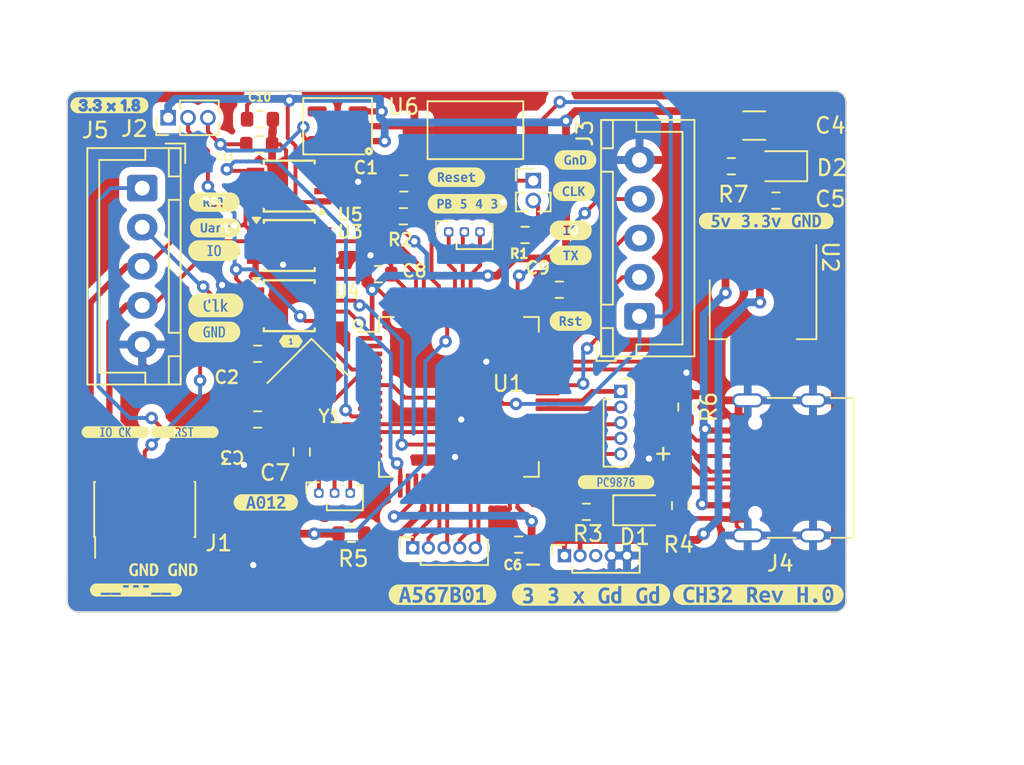
<source format=kicad_pcb>
(kicad_pcb (version 20240108) (generator "pcbnew") (generator_version "8.0")
  (layers (0 "F.Cu" signal) (31 "B.Cu" signal) (34 "B.Paste" user) (35 "F.Paste" user) (36 "B.SilkS" user "B.Silkscreen") (37 "F.SilkS" user "F.Silkscreen") (38 "B.Mask" user) (39 "F.Mask" user) (44 "Edge.Cuts" user))
  (net 0 "")
  (net 1 "+3.3V")
  (net 2 "SWIO_DIR_3V")
  (net 4 "Net-(U1-PF0)")
  (net 5 "Net-(U1-PF1)")
  (net 10 "GND")
  (net 11 "unconnected-(U1-PA0-Pad14)")
  (net 12 "unconnected-(U1-PA1-Pad15)")
  (net 13 "unconnected-(U1-PA2-Pad16)")
  (net 15 "unconnected-(U1-PA5-Pad21)")
  (net 16 "unconnected-(U1-PA6-Pad22)")
  (net 17 "unconnected-(U1-PA7-Pad23)")
  (net 20 "unconnected-(U1-PB0-Pad26)")
  (net 21 "unconnected-(U1-PB1-Pad27)")
  (net 23 "OUT_UART_TX")
  (net 24 "OUT_UART_RX")
  (net 26 "unconnected-(U1-PB15-Pad36)")
  (net 27 "unconnected-(U1-PC6-Pad37)")
  (net 28 "unconnected-(U1-PC7-Pad38)")
  (net 29 "unconnected-(U1-PC8-Pad39)")
  (net 30 "unconnected-(U1-PC9-Pad40)")
  (net 32 "UART_TX")
  (net 34 "D-")
  (net 35 "D+")
  (net 36 "SWDIO")
  (net 37 "SWDCLK")
  (net 43 "unconnected-(U1-PB3-Pad55)")
  (net 44 "unconnected-(U1-PB4-Pad56)")
  (net 45 "unconnected-(U1-PB5-Pad57)")
  (net 46 "INOUT_NRESET")
  (net 47 "OUT_SWDIO")
  (net 48 "OUT_SWDCLK")
  (net 49 "Net-(D1-K)")
  (net 50 "IN_FORCE_DFU")
  (net 52 "Net-(U2-VI)")
  (net 53 "Net-(J4-CC2)")
  (net 54 "Net-(J4-CC1)")
  (net 56 "NRESET")
  (net 62 "Net-(U1-PA4)")
  (net 63 "INOUT_SWO")
  (net 64 "Net-(D2-A)")
  (net 65 "Net-(J2_DFU1-Pin_2)")
  (net 66 "Net-(U1-PB13)")
  (net 68 "OUT_UART_RX_3V")
  (net 69 "INOUT_SWO_3v")
  (net 70 "VTREF")
  (net 71 "OUT_SWDIO_3V")
  (net 73 "OUT_SWDCLK_3V")
  (net 78 "V1.8")
  (footprint "kibuzzard-66C04372" (layer "F.Cu") (at 112.9 97.5)
    (property "Reference" "kibuzzard-66C04372" (hide yes))
    (property "Value" "G***" (hide yes))
  )
  (footprint "Resistor_SMD:R_0603_1608Metric" (layer "F.Cu") (at 117.780025 70.294975)
    (property "Reference" "C11")
    (property "Value" "100n")
  )
  (footprint "Connector_PinHeader_1.27mm:PinHeader_1x03_P1.27mm_Vertical" (layer "F.Cu") (at 111.96 68.6 90)
    (property "Reference" "J2")
    (property "Value" "Conn_01x03_Socket")
  )
  (footprint "kibuzzard-6731071F" (layer "F.Cu") (at 114.905025 82.294975)
    (property "Reference" "kibuzzard-6731071F" (hide yes))
    (property "Value" "G***" (hide yes))
  )
  (footprint "Connector_PinHeader_1.27mm:PinHeader_1x02_P1.27mm_Vertical" (layer "F.Cu") (at 135.305025 72.624975)
    (property "Reference" "J2_DFU1" (hide yes))
    (property "Value" "con2")
  )
  (footprint "kibuzzard-6713DC16" (layer "F.Cu") (at 113 88.7)
    (property "Reference" "kibuzzard-6713DC16" (hide yes))
    (property "Value" "G***" (hide yes))
  )
  (footprint "Resistor_SMD:R_0603_1608Metric" (layer "F.Cu") (at 138.7 93.8 180)
    (property "Reference" "R3")
    (property "Value" "330")
  )
  (footprint "Resistor_SMD:R_0603_1608Metric" (layer "F.Cu") (at 150.825 73.9)
    (property "Reference" "C5")
    (property "Value" "100n")
  )
  (footprint "Connector_PinSocket_1.00mm:PinSocket_1x05_P1.00mm_Vertical" (layer "F.Cu") (at 137.3 96.6 90)
    (property "Reference" "-")
    (property "Value" "PinSocket_1x05_P1.00mm_Vertical")
  )
  (footprint "kibuzzard-6731069B" (layer "F.Cu") (at 115.005025 80.594975)
    (property "Reference" "kibuzzard-6731069B" (hide yes))
    (property "Value" "G***" (hide yes))
  )
  (footprint "Resistor_SMD:R_0603_1608Metric" (layer "F.Cu") (at 134.375 95.9 180)
    (property "Reference" "C6")
    (property "Value" "100n")
  )
  (footprint "Resistor_SMD:R_0603_1608Metric" (layer "F.Cu") (at 134.780025 76.094975 180)
    (property "Reference" "R1")
    (property "Value" "1k")
  )
  (footprint "Button_Switch_SMD:SW_SPST_CK_RS282G05A3" (layer "F.Cu") (at 131.605025 69.394975 180)
    (property "Reference" "RST1" (hide yes))
    (property "Value" "SW_DIP_x01")
  )
  (footprint "Resistor_SMD:R_0603_1608Metric" (layer "F.Cu") (at 120.5 89.975 90)
    (property "Reference" "C7")
    (property "Value" "100n")
  )
  (footprint "kibuzzard-67135D9A" (layer "F.Cu") (at 118.2 93.2)
    (property "Reference" "kibuzzard-67135D9A" (hide yes))
    (property "Value" "G***" (hide yes))
  )
  (footprint "kibuzzard-65C1C8EE" (layer "F.Cu") (at 137.9 73.3)
    (property "Reference" "kibuzzard-65C1C8EE" (hide yes))
    (property "Value" "G***" (hide yes))
  )
  (footprint "Diode_SMD:D_0805_2012Metric" (layer "F.Cu") (at 151.1375 71.7 180)
    (property "Reference" "D2")
    (property "Value" "LED")
  )
  (footprint "Package_TO_SOT_SMD:SOT-223" (layer "F.Cu") (at 150 80.85 -90)
    (property "Reference" "U2")
    (property "Value" "LM1117-3.3")
  )
  (footprint "Package_SO:TSSOP-8_3x3mm_P0.65mm" (layer "F.Cu") (at 119.7 72.969975 180)
    (property "Reference" "U5")
    (property "Value" "VTREF<->3V")
  )
  (footprint "Resistor_SMD:R_0603_1608Metric" (layer "F.Cu") (at 147.975 71.7)
    (property "Reference" "R7")
    (property "Value" "330")
  )
  (footprint "Resistor_SMD:R_0603_1608Metric" (layer "F.Cu") (at 145.1 87.1 -90)
    (property "Reference" "R6")
    (property "Value" "5.1k")
  )
  (footprint "Resistor_SMD:R_0603_1608Metric" (layer "F.Cu") (at 127.025 72.8 180)
    (property "Reference" "C1")
    (property "Value" "100n")
  )
  (footprint "kibuzzard-65C1C9D7" (layer "F.Cu") (at 130.405025 72.4)
    (property "Reference" "kibuzzard-65C1C9D7" (hide yes))
    (property "Value" "G***" (hide yes))
  )
  (footprint "kibuzzard-6713DC2E" (layer "F.Cu") (at 108.6 88.7)
    (property "Reference" "kibuzzard-6713DC2E" (hide yes))
    (property "Value" "G***" (hide yes))
  )
  (footprint "Diode_SMD:D_0805_2012Metric" (layer "F.Cu") (at 142.1 93.7)
    (property "Reference" "D1")
    (property "Value" "LED")
  )
  (footprint "Connector_PinSocket_1.00mm:PinSocket_1x05_P1.00mm_Vertical" (layer "F.Cu") (at 127.6 96.1 90)
    (property "Reference" "PA4567" (hide yes))
    (property "Value" "PinSocket_1x05_P1.00mm_Vertical")
  )
  (footprint "Connector_PinSocket_1.00mm:PinSocket_1x05_P1.00mm_Vertical" (layer "F.Cu") (at 140.9 86.1)
    (property "Reference" "x2" (hide yes))
    (property "Value" "PinSocket_1x05_P1.00mm_Vertical")
  )
  (footprint "Capacitor_SMD:C_1206_3216Metric_Pad1.33x1.80mm_HandSolder" (layer "F.Cu") (at 149.4375 69.1)
    (property "Reference" "C4")
    (property "Value" "100u")
  )
  (footprint "kibuzzard-671361D3" (layer "F.Cu") (at 119.805025 82.894975)
    (property "Reference" "kibuzzard-671361D3" (hide yes))
    (property "Value" "G***" (hide yes))
  )
  (footprint "Connector_PinSocket_1.00mm:PinSocket_1x03_P1.00mm_Vertical" (layer "F.Cu") (at 121.6 92.6 90)
    (property "Reference" "x" (hide yes))
    (property "Value" "PinSocket_1x03_P1.00mm_Vertical")
  )
  (footprint "Resistor_SMD:R_0603_1608Metric" (layer "F.Cu") (at 125.4 78.6)
    (property "Reference" "C8")
    (property "Value" "100n")
  )
  (footprint "kibuzzard-6714FD4B" (layer "F.Cu") (at 139 99.1)
    (property "Reference" "kibuzzard-6714FD4B" (hide yes))
    (property "Value" "G***" (hide yes))
  )
  (footprint "kibuzzard-679335ED" (layer "F.Cu") (at 149.7 99.1)
    (property "Reference" "kibuzzard-679335ED" (hide yes))
    (property "Value" "G***" (hide yes))
  )
  (footprint "kibuzzard-65C1C972" (layer "F.Cu") (at 137.7 81.6)
    (property "Reference" "kibuzzard-65C1C972" (hide yes))
    (property "Value" "G***" (hide yes))
  )
  (footprint "Package_SO:TSSOP-8_3x3mm_P0.65mm" (layer "F.Cu") (at 119.7 80.619975)
    (property "Reference" "U4")
    (property "Value" "VTREF->3V")
  )
  (footprint "kibuzzard-67135DB6" (layer "F.Cu") (at 109.9 98.8)
    (property "Reference" "kibuzzard-67135DB6" (hide yes))
    (property "Value" "G***" (hide yes))
  )
  (footprint "kibuzzard-65C1C789" (layer "F.Cu") (at 138 71.3)
    (property "Reference" "kibuzzard-65C1C789" (hide yes))
    (property "Value" "G***" (hide yes))
  )
  (footprint "Resistor_SMD:R_0603_1608Metric" (layer "F.Cu") (at 144.7 93.4 90)
    (property "Reference" "R4")
    (property "Value" "5.1k")
  )
  (footprint "Resistor_SMD:R_0603_1608Metric" (layer "F.Cu") (at 127 74.9)
    (property "Reference" "R2")
    (property "Value" "10k")
  )
  (footprint "Resistor_SMD:R_0603_1608Metric" (layer "F.Cu") (at 117.680025 87.894975 180)
    (property "Reference" "C3")
    (property "Value" "22pf")
  )
  (footprint "kibuzzard-67135D50" (layer "F.Cu") (at 150.2 75.2)
    (property "Reference" "kibuzzard-67135D50" (hide yes))
    (property "Value" "G***" (hide yes))
  )
  (footprint "kibuzzard-65C1C918" (layer "F.Cu") (at 137.7 75.8)
    (property "Reference" "kibuzzard-65C1C918" (hide yes))
    (property "Value" "G***" (hide yes))
  )
  (footprint "footprints:Crystal_SMD_TXC_7M-4Pin_3.2x2.5mm_45deg" (layer "F.Cu") (at 120.881802 85.316117 180)
    (property "Reference" "Y1")
    (property "Value" "8Mhz")
  )
  (footprint "Connector_USB:USB_C_Receptacle_Palconn_UTC16-G" (layer "F.Cu") (at 150.95 90.99 90)
    (property "Reference" "J4")
    (property "Value" "USB")
  )
  (footprint "kibuzzard-66C0437E" (layer "F.Cu") (at 110.4 97.5)
    (property "Reference" "kibuzzard-66C0437E" (hide yes))
    (property "Value" "G***" (hide yes))
  )
  (footprint "kibuzzard-6714FD27" (layer "F.Cu") (at 129.5 99.1)
    (property "Reference" "kibuzzard-6714FD27" (hide yes))
    (property "Value" "G***" (hide yes))
  )
  (footprint "Resistor_SMD:R_0603_1608Metric" (layer "F.Cu") (at 136.975 79.6 180)
    (property "Reference" "C9")
    (property "Value" "100n")
  )
  (footprint "Connector_JST:JST_XH_B5B-XH-A_1x05_P2.50mm_Vertical" (layer "F.Cu") (at 110.3 73.1 -90)
    (property "Reference" "J5")
    (property "Value" "Debug port")
  )
  (footprint "PCM_Package_TO_SOT_SMD_AKL:TSOT-23-5" (layer "F.Cu") (at 122.795025 69.144975 180)
    (property "Reference" "U6")
    (property "Value" "RT9013-33GB" (hide yes))
  )
  (footprint "kibuzzard-67137B7B" (layer "F.Cu") (at 114.977111 75.640397)
    (property "Reference" "kibuzzard-67137B7B" (hide yes))
    (property "Value" "G***" (hide yes))
  )
  (footprint "kibuzzard-65C1C92F" (layer "F.Cu") (at 137.7 77.4)
    (property "Reference" "kibuzzard-65C1C92F" (hide yes))
    (property "Value" "G***" (hide yes))
  )
  (footprint "Resistor_SMD:R_0603_1608Metric" (layer "F.Cu") (at 117.680025 83.694975 180)
    (property "Reference" "C2")
    (property "Value" "22pf")
  )
  (footprint "Resistor_SMD:R_0603_1608Metric" (layer "F.Cu") (at 123.675 95.2)
    (property "Reference" "R5")
    (property "Value" "1k")
  )
  (footprint "Package_QFP:LQFP-64_10x10mm_P0.5mm" (layer "F.Cu") (at 130.55 86.45)
    (property "Reference" "U1")
    (property "Value" "CH32V303RCT6")
  )
  (footprint "kibuzzard-67137B47" (layer "F.Cu") (at 114.905025 73.994975)
    (property "Reference" "kibuzzard-67137B47" (hide yes))
    (property "Value" "G***" (hide yes))
  )
  (footprint "kibuzzard-6713D043" (layer "F.Cu") (at 140.6 91.9)
    (property "Reference" "kibuzzard-6713D043" (hide yes))
    (property "Value" "G***" (hide yes))
  )
  (footprint "kibuzzard-65D8420C" (layer "F.Cu") (at 131.1 74.1)
    (property "Reference" "kibuzzard-65D8420C" (hide yes))
    (property "Value" "G***" (hide yes))
  )
  (footprint "Connector_PinHeader_1.27mm:PinHeader_2x05_P1.27mm_Vertical_SMD" (layer "F.Cu") (at 110.46 93.65 90)
    (property "Reference" "J1")
    (property "Value" "jtag")
  )
  (footprint "Resistor_SMD:R_0603_1608Metric" (layer "F.Cu") (at 117.830025 68.694975)
    (property "Reference" "C10")
    (property "Value" "100n")
  )
  (footprint "Connector_PinSocket_1.00mm:PinSocket_1x03_P1.00mm_Vertical" (layer "F.Cu") (at 129.9 75.9 90)
    (property "Reference" "PB567" (hide yes))
    (property "Value" "PIN1X3")
  )
  (footprint "Connector_JST:JST_XH_B5B-XH-A_1x05_P2.50mm_Vertical" (layer "F.Cu") (at 142.1 81.3 90)
    (property "Reference" "J3")
    (property "Value" "Dbg")
  )
  (footprint "kibuzzard-6714FCCA" (layer "F.Cu") (at 108.2 67.8)
    (property "Reference" "kibuzzard-6714FCCA" (hide yes))
    (property "Value" "G***" (hide yes))
  )
  (footprint "kibuzzard-67310708" (layer "F.Cu") (at 114.905025 77.094975)
    (property "Reference" "kibuzzard-67310708" (hide yes))
    (property "Value" "G***" (hide yes))
  )
  (footprint "Package_SO:TSSOP-8_3x3mm_P0.65mm" (layer "F.Cu") (at 119.7 76.769975)
    (property "Reference" "U3")
    (property "Value" "3V->VTREF")
  )
  (gr_circle (center 124.1 81.8) (end 123.9 81.6) (stroke (width 0.15)) (fill none) (layer "F.SilkS"))
  (gr_line (start 106.205026 100.199999) (end 154.599999 100.199999) (stroke (width 0.1)) (layer "Edge.Cuts"))
  (gr_line (start 105.5 67.594975) (end 105.505026 99.499999) (stroke (width 0.1)) (layer "Edge.Cuts"))
  (gr_arc (start 154.605025 66.894975) (mid 155.1 67.1) (end 155.305025 67.594975) (stroke (width 0.1)) (layer "Edge.Cuts"))
  (gr_line (start 154.605025 66.894975) (end 106.2 66.894975) (stroke (width 0.1)) (layer "Edge.Cuts"))
  (gr_arc (start 106.205026 100.199999) (mid 105.710051 99.994974) (end 105.505026 99.499999) (stroke (width 0.1)) (layer "Edge.Cuts"))
  (gr_arc (start 155.299999 99.499999) (mid 155.094974 99.994974) (end 154.599999 100.199999) (stroke (width 0.1)) (layer "Edge.Cuts"))
  (gr_line (start 155.299999 99.499999) (end 155.305025 67.594975) (stroke (width 0.1)) (layer "Edge.Cuts"))
  (gr_arc (start 105.5 67.594975) (mid 105.705033 67.100008) (end 106.2 66.894975) (stroke (width 0.1)) (layer "Edge.Cuts"))
  (gr_text "+" (at 142.9 90.6 0) (layer "F.SilkS") (effects (font (size 1 1)) (justify left bottom)))
  (segment (start 146.45 69.175) (end 145.45 68.175) (width 0.5) (layer "F.Cu") (net 1))
  (segment (start 119.605025 67.594975) (end 119.605025 69.894975) (width 0.25) (layer "F.Cu") (net 1))
  (segment (start 134.3 93.5) (end 134.3 91.091312) (width 0.25) (layer "F.Cu") (net 1))
  (segment (start 125 82.575) (end 124.875 82.7) (width 0.3) (layer "F.Cu") (net 1))
  (segment (start 121.2 90.8) (end 120.7 90.8) (width 0.25) (layer "F.Cu") (net 1))
  (segment (start 137.8 79.6) (end 137.8 82.164) (width 0.25) (layer "F.Cu") (net 1))
  (segment (start 120.755025 79.644975) (end 120.105025 78.994975) (width 0.25) (layer "F.Cu") (net 1))
  (segment (start 137.4 71.325) (end 137.4 68.8) (width 0.5) (layer "F.Cu") (net 1))
  (segment (start 124.8 78.825) (end 125 79.025) (width 0.3) (layer "F.Cu") (net 1))
  (segment (start 126.175 74.975) (end 127.7 76.5) (width 0.25) (layer "F.Cu") (net 1))
  (segment (start 134.105025 77.594975) (end 133 78.7) (width 0.5) (layer "F.Cu") (net 1))
  (segment (start 137.4 79.2) (end 137.4 71.4925) (width 0.5) (layer "F.Cu") (net 1))
  (segment (start 120.105025 70.394975) (end 120.1 70.4) (width 0.25) (layer "F.Cu") (net 1))
  (segment (start 124.275 78.9) (end 124.575 78.6) (width 0.25) (layer "F.Cu") (net 1))
  (segment (start 134 90.779312) (end 134 90.3) (width 0.25) (layer "F.Cu") (net 1))
  (segment (start 134.105025 77.594975) (end 137.305025 77.594975) (width 0.5) (layer "F.Cu") (net 1))
  (segment (start 133 78.7) (end 132.4 78.7) (width 0.5) (layer "F.Cu") (net 1))
  (segment (start 137.8 82.164) (end 137.267 82.697) (width 0.25) (layer "F.Cu") (net 1))
  (segment (start 119.705025 67.494975) (end 119.605025 67.594975) (width 0.25) (layer "F.Cu") (net 1))
  (segment (start 137.267 82.697) (end 136.231 82.697) (width 0.25) (layer "F.Cu") (net 1))
  (segment (start 145.8 95.6) (end 146.2 95.2) (width 0.5) (layer "F.Cu") (net 1))
  (segment (start 146.45 69.2) (end 147.475 69.2) (width 0.5) (layer "F.Cu") (net 1))
  (segment (start 146.4 72.775) (end 149.6 75.975) (width 0.5) (layer "F.Cu") (net 1))
  (segment (start 126.667764 94.1) (end 126.4 94.1) (width 0.25) (layer "F.Cu") (net 1))
  (segment (start 135.5 95.6) (end 145.8 95.6) (width 0.5) (layer "F.Cu") (net 1))
  (segment (start 137.8 79.6) (end 137.4 79.2) (width 0.5) (layer "F.Cu") (net 1))
  (segment (start 137.4 68.780025) (end 138.005025 68.175) (width 0.5) (layer "F.Cu") (net 1))
  (segment (start 124.105025 70.094975) (end 125.805025 70.094975) (width 0.4) (layer "F.Cu") (net 1))
  (segment (start 117.005025 67.794975) (end 117.305025 67.494975) (width 0.25) (layer "F.Cu") (net 1))
  (segment (start 146.4 71.7) (end 147.15 71.7) (width 0.5) (layer "F.Cu") (net 1))
  (segment (start 126.8 80.775) (end 126.575 80.775) (width 0.25) (layer "F.Cu") (net 1))
  (segment (start 148.2 74.575) (end 148.875 73.9) (width 0.25) (layer "F.Cu") (net 1))
  (segment (start 120.1 73.994975) (end 121.302512 73.994975) (width 0.25) (layer "F.Cu") (net 1))
  (segment (start 146.4 71.7) (end 146.4 69.15) (width 0.5) (layer "F.Cu") (net 1))
  (segment (start 135.2 95.9) (end 135.5 95.6) (width 0.5) (layer "F.Cu") (net 1))
  (segment (start 148.875 73.9) (end 150 73.9) (width 0.25) (layer "F.Cu") (net 1))
  (segment (start 125.605025 68.194975) (end 124.105025 68.194975) (width 0.4) (layer "F.Cu") (net 1))
  (segment (start 134.306 91.085312) (end 134 90.779312) (width 0.25) (layer "F.Cu") (net 1))
  (segment (start 125 79.6) (end 124.575 79.175) (width 0.5) (layer "F.Cu") (net 1))
  (segment (start 132.372 88.697) (end 124.881 88.697) (width 0.25) (layer "F.Cu") (net 1))
  (segment (start 120.1 79) (end 120.2 78.9) (width 0.25) (layer "F.Cu") (net 1))
  (segment (start 124.575 79.175) (end 124.575 78.6) (width 0.5) (layer "F.Cu") (net 1))
  (segment (start 127.8 92.125) (end 127.8 92.967764) (width 0.25) (layer "F.Cu") (net 1))
  (segment (start 123.3 88.7) (end 121.2 90.8) (width 0.25) (layer "F.Cu") (net 1))
  (segment (start 149.8 80.4) (end 149.8 77.9) (width 0.5) (layer "F.Cu") (net 1))
  (segment (start 126.575 80.775) (end 124.825 79.025) (width 0.25) (layer "F.Cu") (net 1))
  (segment (start 121.85 79.644975) (end 120.755025 79.644975) (width 0.25) (layer "F.Cu") (net 1))
  (segment (start 137.41 71.425) (end 137.435 71.4) (width 0.25) (layer "F.Cu") (net 1))
  (segment (start 138.3 96.7) (end 138.3 95.902) (width 0.3) (layer "F.Cu") (net 1))
  (segment (start 127.8 92.967764) (end 126.667764 94.1) (width 0.25) (layer "F.Cu") (net 1))
  (segment (start 125 79.025) (end 125 82.575) (width 0.3) (layer "F.Cu") (net 1))
  (segment (start 120.2 78.9) (end 124.275 78.9) (width 0.25) (layer "F.Cu") (net 1))
  (segment (start 117.005025 68.694975) (end 117.005025 67.794975) (width 0.25) (layer "F.Cu") (net 1))
  (segment (start 120.1 70.4) (end 120.1 79) (width 0.25) (layer "F.Cu") (net 1))
  (segment (start 133.975 90.3) (end 132.372 88.697) (width 0.25) (layer "F.Cu") (net 1))
  (segment (start 145.45 68.175) (end 138.005025 68.175) (width 0.5) (layer "F.Cu") (net 1))
  (segment (start 124.825 79.025) (end 124.825 78.8) (width 0.25) (layer "F.Cu") (net 1))
  (segment (start 137.3 96.7) (end 137.3 95.8) (width 0.3) (layer "F.Cu") (net 1))
  (segment (start 117.305025 67.494975) (end 119.705025 67.494975) (width 0.25) (layer "F.Cu") (net 1))
  (segment (start 143 95.802) (end 143 93.7375) (width 0.25) (layer "F.Cu") (net 1))
  (segment (start 146.4 69.15) (end 146.45 69.2) (width 0.5) (layer "F.Cu") (net 1))
  (segment (start 137.3 95.8) (end 137.1 95.6) (width 0.4) (layer "F.Cu") (net 1))
  (segment (start 149.6 75.975) (end 149.6 76.9) (width 0.5) (layer "F.Cu") (net 1))
  (segment (start 134.306 93.506) (end 134.3 93.5) (width 0.3) (layer "F.Cu") (net 1))
  (segment (start 146.4 71.675) (end 146.4 72.775) (width 0.5) (layer "F.Cu") (net 1))
  (segment (start 135.2 94.4) (end 134.306 93.506) (width 0.3) (layer "F.Cu") (net 1))
  (segment (start 135.2 94.4) (end 135.2 95.9) (width 0.5) (layer "F.Cu") (net 1))
  (segment (start 119.605025 69.894975) (end 120.105025 70.394975) (width 0.25) (layer "F.Cu") (net 1))
  (segment (start 137.4 68.8) (end 137.4 68.780025) (width 0.5) (layer "F.Cu") (net 1))
  (segment (start 121.852512 75.794975) (end 120.157537 75.794975) (width 0.25) (layer "F.Cu") (net 1))
  (segment (start 124.875 88.7) (end 123.3 88.7) (width 0.25) (layer "F.Cu") (net 1))
  (via (at 119.705025 67.494975) (size 0.8) (drill 0.4) (layers "F.Cu" "B.Cu") (net 1))
  (via (at 126.4 94.1) (size 0.8) (drill 0.4) (layers "F.Cu" "B.Cu") (net 1))
  (via (at 149.8 80.4) (size 0.8) (drill 0.4) (layers "F.Cu" "B.Cu") (net 1))
  (via (at 125.805025 70.094975) (size 0.8) (drill 0.4) (layers "F.Cu" "B.Cu") (net 1))
  (via (at 137.4 68.8) (size 0.8) (drill 0.4) (layers "F.Cu" "B.Cu") (net 1))
  (via (at 146.2 95.2) (size 0.8) (drill 0.4) (layers "F.Cu" "B.Cu") (net 1))
  (via (at 125.605025 68.194975) (size 0.8) (drill 0.4) (layers "F.Cu" "B.Cu") (net 1))
  (via (at 127.7 76.5) (size 0.8) (drill 0.4) (layers "F.Cu" "B.Cu") (net 1))
  (via (at 125 79.6) (size 0.8) (drill 0.4) (layers "F.Cu" "B.Cu") (net 1))
  (via (at 135.2 94.4) (size 0.8) (drill 0.4) (layers "F.Cu" "B.Cu") (net 1))
  (via (at 132.4 78.7) (size 0.8) (drill 0.4) (layers "F.Cu" "B.Cu") (net 1))
  (segment (start 125.805025 68.894975) (end 125.505025 68.594975) (width 0.5) (layer "B.Cu") (net 1))
  (segment (start 128.5 77.3) (end 127.7 76.5) (width 0.3) (layer "B.Cu") (net 1))
  (segment (start 147.15 94.25) (end 147.15 82.25) (width 0.5) (layer "B.Cu") (net 1))
  (segment (start 137.305025 68.894975) (end 125.805025 68.894975) (width 0.5) (layer "B.Cu") (net 1))
  (segment (start 149 80.4) (end 149.8 80.4) (width 0.5) (layer "B.Cu") (net 1))
  (segment (start 126.4 94.1) (end 126.45 94.05) (width 0.5) (layer "B.Cu") (net 1))
  (segment (start 128.5 78.7) (end 128.5 77.3) (width 0.3) (layer "B.Cu") (net 1))
  (segment (start 112.405025 67.394975) (end 111.96 67.84) (width 0.5) (layer "B.Cu") (net 1))
  (segment (start 147.15 82.25) (end 149 80.4) (width 0.5) (layer "B.Cu") (net 1))
  (segment (start 137.4 68.8) (end 137.305025 68.894975) (width 0.5) (layer "B.Cu") (net 1))
  (segment (start 125.505025 68.594975) (end 125.505025 67.394975) (width 0.5) (layer "B.Cu") (net 1))
  (segment (start 111.96 67.84) (end 111.96 68.6) (width 0.5) (layer "B.Cu") (net 1))
  (segment (start 134.85 94.05) (end 135.2 94.4) (width 0.5) (layer "B.Cu") (net 1))
  (segment (start 126.45 94.05) (end 134.85 94.05) (width 0.5) (layer "B.Cu") (net 1))
  (segment (start 125 79.6) (end 125.9 78.7) (width 0.5) (layer "B.Cu") (net 1))
  (segment (start 146.2 95.2) (end 147.15 94.25) (width 0.5) (layer "B.Cu") (net 1))
  (segment (start 112.405025 67.394975) (end 125.505025 67.394975) (width 0.5) (layer "B.Cu") (net 1))
  (segment (start 125.805025 68.894975) (end 125.805025 70.094975) (width 0.5) (layer "B.Cu") (net 1))
  (segment (start 125.9 78.7) (end 132.4 78.7) (width 0.5) (layer "B.Cu") (net 1))
  (segment (start 123.71005 87.7) (end 123.305025 87.294975) (width 0.25) (layer "F.Cu") (net 2))
  (segment (start 115.705025 71.994975) (end 117.45 71.994975) (width 0.25) (layer "F.Cu") (net 2))
  (segment (start 124.875 87.7) (end 123.71005 87.7) (width 0.25) (layer "F.Cu") (net 2))
  (via (at 123.305025 87.294975) (size 0.8) (drill 0.4) (layers "F.Cu" "B.Cu") (net 2))
  (via (at 115.705025 71.894975) (size 0.8) (drill 0.4) (layers "F.Cu" "B.Cu") (net 2))
  (segment (start 116.205025 71.394975) (end 115.705025 71.894975) (width 0.25) (layer "B.Cu") (net 2))
  (segment (start 118.905025 71.394975) (end 116.205025 71.394975) (width 0.25) (layer "B.Cu") (net 2))
  (segment (start 123.325 75.81495) (end 118.905025 71.394975) (width 0.25) (layer "B.Cu") (net 2))
  (segment (start 123.325 87.275) (end 123.325 75.81495) (width 0.25) (layer "B.Cu") (net 2))
  (segment (start 118.505025 83.694975) (end 120.816295 83.694975) (width 0.25) (layer "F.Cu") (net 4))
  (segment (start 123.71005 84.7) (end 122.605025 83.594975) (width 0.25) (layer "F.Cu") (net 4))
  (segment (start 124.875 84.7) (end 123.71005 84.7) (width 0.25) (layer "F.Cu") (net 4))
  (segment (start 122.605025 83.594975) (end 121.400863 83.594975) (width 0.25) (layer "F.Cu") (net 4))
  (segment (start 122.537261 86.694975) (end 120.705025 86.694975) (width 0.25) (layer "F.Cu") (net 5))
  (segment (start 119.505025 87.894975) (end 120.705025 86.694975) (width 0.25) (layer "F.Cu") (net 5))
  (segment (start 124.875 85.2) (end 124.032236 85.2) (width 0.25) (layer "F.Cu") (net 5))
  (segment (start 124.032236 85.2) (end 122.537261 86.694975) (width 0.25) (layer "F.Cu") (net 5))
  (segment (start 118.505025 87.894975) (end 119.505025 87.894975) (width 0.25) (layer "F.Cu") (net 5))
  (segment (start 133.955025 76.094975) (end 133.955025 74.555025) (width 0.25) (layer "F.Cu") (net 10))
  (segment (start 136.15 79.6) (end 135.3 80.45) (width 0.25) (layer "F.Cu") (net 10))
  (segment (start 115.4 98) (end 111.16 98) (width 0.5) (layer "F.Cu") (net 10))
  (segment (start 119.105025 77.794975) (end 119.305025 77.994975) (width 0.25) (layer "F.Cu") (net 10))
  (segment (start 133.9 82.6) (end 132.3 84.2) (width 0.5) (layer "F.Cu") (net 10))
  (segment (start 127.3 79.7) (end 126.4 78.8) (width 0.25) (layer "F.Cu") (net 10))
  (segment (start 133.806 92.122) (end 133.806 93.594) (width 0.25) (layer "F.Cu") (net 10))
  (segment (start 151.45 69.2) (end 152.4 69.2) (width 0.5) (layer "F.Cu") (net 10))
  (segment (start 117.4 97.2) (end 117.4 97.8) (width 0.5) (layer "F.Cu") (net 10))
  (segment (start 117.780025 77.794975) (end 119.105025 77.794975) (width 0.25) (layer "F.Cu") (net 10))
  (segment (start 153.11 86.66) (end 154.56 86.66) (width 0.25) (layer "F.Cu") (net 10))
  (segment (start 141.3 97.956) (end 141.344 98) (width 0.5) (layer "F.Cu") (net 10))
  (segment (start 115.605025 89.694975) (end 116.705025 90.794975) (width 0.5) (layer "F.Cu") (net 10))
  (segment (start 145.288 71.628) (end 145.288 84.712) (width 0.5) (layer "F.Cu") (net 10))
  (segment (start 116.855025 87.894975) (end 116.855025 90.844975) (width 0.5) (layer "F.Cu") (net 10))
  (segment (start 141.3 96.6) (end 141.3 97.956) (width 0.5) (layer "F.Cu") (net 10))
  (segment (start 110.3 83.54978) (end 110.3 84.4) (width 0.5) (layer "F.Cu") (net 10))
  (segment (start 119.670102 85.325736) (end 122.074264 85.325736) (width 0.25) (layer "F.Cu") (net 10))
  (segment (start 125.605025 77.394975) (end 126.225 78.01495) (width 0.25) (layer "F.Cu") (net 10))
  (segment (start 124.21005 72.8) (end 126.2 72.8) (width 0.25) (layer "F.Cu") (net 10))
  (segment (start 116.855025 85.594975) (end 116.957106 85.492894) (width 0.5) (layer "F.Cu") (net 10))
  (segment (start 148.31 94.18) (end 148.31 94.7) (width 0.25) (layer "F.Cu") (net 10))
  (segment (start 119.5 78.18995) (end 119.5 82.3) (width 0.25) (layer "F.Cu") (net 10))
  (segment (start 144.96 71.3) (end 145.288 71.628) (width 0.5) (layer "F.Cu") (net 10))
  (segment (start 148.31 87.78) (end 148.31 87.26) (width 0.25) (layer "F.Cu") (net 10))
  (segment (start 133.1 94.3) (end 133.1 98) (width 0.3) (layer "F.Cu") (net 10))
  (segment (start 145.225 85.025) (end 145.1 84.9) (width 0.25) (layer "F.Cu") (net 10))
  (segment (start 154.6 96.9) (end 154.6 95.3) (width 0.5) (layer "F.Cu") (net 10))
  (segment (start 118.655025 68.694975) (end 118.655025 70.244975) (width 0.25) (layer "F.Cu") (net 10))
  (segment (start 119.305025 77.994975) (end 119.5 78.18995) (width 0.25) (layer "F.Cu") (net 10))
  (segment (start 130.7 87.9) (end 130.4 88.2) (width 0.25) (layer "F.Cu") (net 10))
  (segment (start 124.894975 77.394975) (end 124.9 77.4) (width 0.25) (layer "F.Cu") (net 10))
  (segment (start 141.344 98) (end 153.5 98) (width 0.5) (layer "F.Cu") (net 10))
  (segment (start 142.1 71.3) (end 144.96 71.3) (width 0.5) (layer "F.Cu") (net 10))
  (segment (start 134.2 82.3) (end 134.6 82.3) (width 0.5) (layer "F.Cu") (net 10))
  (segment (start 154.6 95.3) (end 153.11 95.3) (width 0.5) (layer "F.Cu") (net 10))
  (segment (start 133.955025 74.555025) (end 133.4 74) (width 0.25) (layer "F.Cu") (net 10))
  (segment (start 122.168629 89.194975) (end 123.163604 88.2) (width 0.25) (layer "F.Cu") (net 10))
  (segment (start 154.6 84.2) (end 154.6 86.7) (width 0.5) (layer "F.Cu") (net 10))
  (segment (start 134.5 83.2) (end 136.225 83.2) (width 0.25) (layer "F.Cu") (net 10))
  (segment (start 113.5 98) (end 141.256 98) (width 0.5) (layer "F.Cu") (net 10))
  (segment (start 119.105025 82.694975) (end 117.105025 82.694975) (width 0.5) (layer "F.Cu") (net 10))
  (segment (start 152.5 71.7) (end 153.3 71.7) (width 0.4) (layer "F.Cu") (net 10))
  (segment (start 154.56 86.66) (end 154.6 86.7) (width 0.25) (layer "F.Cu") (net 10))
  (segment (start 116.855025 85.594975) (end 116.855025 87.894975) (width 0.5) (layer "F.Cu") (net 10))
  (segment (start 126.225 78.01495) (end 126.225 78.6) (width 0.25) (layer "F.Cu") (net 10))
  (segment (start 145.1 86.15) (end 145.1 85.15) (width 0.5) (layer "F.Cu") (net 10))
  (segment (start 127.3 80.775) (end 127.3 82.225) (width 0.25) (layer "F.Cu") (net 10))
  (segment (start 126.2 71.7) (end 127.705025 70.194975) (width 0.25) (layer "F.Cu") (net 10))
  (segment (start 130.4 88.2) (end 124.875 88.2) (width 0.25) (layer "F.Cu") (net 10))
  (segment (start 123.105025 77.394975) (end 124.894975 77.394975) (width 0.25) (layer "F.Cu") (net 10))
  (segment (start 152.4 69.2) (end 153.3 70.1) (width 0.5) (layer "F.Cu") (net 10))
  (segment (start 116.705025 90.794975) (end 116.805025 90.794975) (width 0.5) (layer "F.Cu") (net 10))
  (segment (start 132.2 84.1) (end 132.3 84.2) (width 0.5) (layer "F.Cu") (net 10))
  (segment (start 110.3 84.4) (end 115.55 89.65) (width 0.5) (layer "F.Cu") (net 10))
  (segment (start 151.9 73.9) (end 153.3 73.9) (width 0.25) (layer "F.Cu") (net 10))
  (segment (start 140.3 97.944) (end 140.3 96.9) (width 0.4) (layer "F.Cu") (net 10))
  (segment (start 122.705025 77.794975) (end 123.105025 77.394975) (width 0.25) (layer "F.Cu") (net 10))
  (segment (start 154.05 83.65) (end 154.6 84.2) (width 0.5) (layer "F.Cu") (net 10))
  (segment (start 117.55 81.594975) (end 119.45 81.594975) (width 0.25) (layer "F.Cu") (net 10))
  (segment (start 154.6 86.7) (end 154.6 95.3) (width 0.5) (layer "F.Cu") (net 10))
  (segment (start 127.455025 69.144975) (end 124.105025 69.144975) (width 0.4) (layer "F.Cu") (net 10))
  (segment (start 127.375 82.375) (end 129.1 84.1) (width 0.5) (layer "F.Cu") (net 10))
  (segment (start 154.05 79.45) (end 154.05 83.65) (width 0.5) (layer "F.Cu") (net 10))
  (segment (start 116.957106 85.492894) (end 119.502944 85.492894) (width 0.5) (layer "F.Cu") (net 10))
  (segment (start 119.5 70.68995) (end 119.5 77.8) (width 0.25) (layer "F.Cu") (net 10))
  (segment (start 135.3 81.6) (end 134.6 82.3) (width 0.25) (layer "F.Cu") (net 10))
  (segment (start 133.9 82.6) (end 134.5 83.2) (width 0.25) (layer "F.Cu") (net 10))
  (segment (start 123.405025 71.994975) (end 124.21005 72.8) (width 0.25) (layer "F.Cu") (net 10))
  (segment (start 148.31 87.26) (end 148.91 86.66) (width 0.25) (layer "F.Cu") (net 10))
  (segment (start 145.17 94.22) (end 145.075 94.125) (width 0.25) (layer "F.Cu") (net 10))
  (segment (start 133.806 93.594) (end 133.1 94.3) (width 0.3) (layer "F.Cu") (net 10))
  (segment (start 125.005025 77.394975) (end 125.605025 77.394975) (width 0.25) (layer "F.Cu") (net 10))
  (segment (start 148.91 86.66) (end 153.11 86.66) (width 0.25) (layer "F.Cu") (net 10))
  (segment (start 116.855025 82.944975) (end 116.855025 83.694975) (width 0.5) (layer "F.Cu") (net 10))
  (segment (start 118.605025 70.294975) (end 119.105025 70.294975) (width 0.25) (layer "F.Cu") (net 10))
  (segment (start 115.4 97.2) (end 113.8 95.6) (width 0.5) (layer "F.Cu") (net 10))
  (segment (start 111.16 98) (end 110.46 97.3) (width 0.5) (layer "F.Cu") (net 10))
  (segment (start 133.9 82.6) (end 134.2 82.3) (width 0.5) (layer "F.Cu") (net 10))
  (segment (start 127.705025 70.194975) (end 127.705025 69.394975) (width 0.25) (layer "F.Cu") (net 10))
  (segment (start 135.3 80.45) (end 135.3 81.6) (width 0.25) (layer "F.Cu") (net 10))
  (segment (start 127.3 80.775) (end 127.3 79.7) (width 0.25) (layer "F.Cu") (net 10))
  (segment (start 119.105025 70.294975) (end 119.5 70.68995) (width 0.25) (layer "F.Cu") (net 10))
  (segment (start 121.85 71.994975) (end 123.405025 71.994975) (width 0.25) (layer "F.Cu") (net 10))
  (segment (start 153.3 70.075) (end 153.3 76.175) (width 0.5) (layer "F.Cu") (net 10))
  (segment (start 153.3 76.175) (end 152.3 77.175) (width 0.5) (layer "F.Cu") (net 10))
  (segment (start 120.544975 89.194975) (end 122.168629 89.194975) (width 0.25) (layer "F.Cu") (net 10))
  (segment (start 119.5 77.8) (end 119.305025 77.994975) (width 0.25) (layer "F.Cu") (net 10))
  (segment (start 145.288 84.712) (end 145.1 84.9) (width 0.5) (layer "F.Cu") (net 10))
  (segment (start 148.31 94.7) (end 148.91 95.3) (width 0.25) (layer "F.Cu") (net 10))
  (segment (start 117.105025 82.694975) (end 116.855025 82.944975) (width 0.5) (layer "F.Cu") (net 10))
  (segment (start 153.5 98) (end 154.6 96.9) (width 0.5) (layer "F.Cu") (net 10))
  (segment (start 109.19 95.6) (end 110.46 95.6) (width 0.5) (layer "F.Cu") (net 10))
  (segment (start 129.1 84.1) (end 132.2 84.1) (width 0.5) (layer "F.Cu") (net 10))
  (segment (start 113.8 95.6) (end 113 95.6) (width 0.5) (layer "F.Cu") (net 10))
  (segment (start 148.91 95.3) (end 153.11 95.3) (width 0.25) (layer "F.Cu") (net 10))
  (segment (start 119.5 82.3) (end 119.105025 82.694975) (width 0.25) (layer "F.Cu") (net 10))
  (segment (start 152.3 77.7) (end 154.05 79.45) (width 0.5) (layer "F.Cu") (net 10))
  (segment (start 147.99 87.79) (end 146.6 86.4) (width 0.4) (layer "F.Cu") (net 10))
  (segment (start 121.85 77.794975) (end 122.705025 77.794975) (width 0.25) (layer "F.Cu") (net 10))
  (segment (start 148.3 94.22) (end 145.17 94.22) (width 0.3) (layer "F.Cu") (net 10))
  (segment (start 116.855025 83.694975) (end 116.855025 85.594975) (width 0.5) (layer "F.Cu") (net 10))
  (segment (start 115.4 98) (end 115.4 97.2) (width 0.5) (layer "F.Cu") (net 10))
  (segment (start 110.46 97.3) (end 110.46 95.6) (width 0.5) (layer "F.Cu") (net 10))
  (segment (start 127.375 82.3) (end 127.375 82.375) (width 0.5) (layer "F.Cu") (net 10))
  (segment (start 123.163604 88.2) (end 124.875 88.2) (width 0.25) (layer "F.Cu") (net 10))
  (segment (start 146.6 86.4) (end 145.35 86.4) (width 0.4) (layer "F.Cu") (net 10))
  (segment (start 126.2 73.1) (end 126.2 71.7) (width 0.25) (layer "F.Cu") (net 10))
  (via (at 145.1 84.9) (size 0.8) (drill 0.4) (layers "F.Cu" "B.Cu") (net 10))
  (via (at 133.4 74) (size 0.8) (drill 0.4) (layers "F.Cu" "B.Cu") (net 10))
  (via (at 132.3 84.2) (size 0.8) (drill 0.4) (layers "F.Cu" "B.Cu") (net 10))
  (via (at 115.405025 79.294975) (size 0.8) (drill 0.4) (layers "F.Cu" "B.Cu") (net 10))
  (via (at 130.7 87.9) (size 0.8) (drill 0.4) (layers "F.Cu" "B.Cu") (net 10))
  (via (at 117.4 97.2) (size 0.8) (drill 0.4) (layers "F.Cu" "B.Cu") (net 10))
  (via (at 130.305025 90.294975) (size 0.8) (drill 0.4) (layers "F.Cu" "B.Cu") (net 10))
  (via (at 124.9 77.4) (size 0.8) (drill 0.4) (layers "F.Cu" "B.Cu") (net 10))
  (via (at 142.705025 90.394975) (size 0.8) (drill 0.4) (layers "F.Cu" "B.Cu") (net 10))
  (via (at 124.105025 72.694975) (size 0.8) (drill 0.4) (layers "F.Cu" "B.Cu") (net 10))
  (via (at 119.305025 77.994975) (size 0.8) (drill 0.4) (layers "F.Cu" "B.Cu") (net 10))
  (via (at 116.805025 90.794975) (size 0.8) (drill 0.4) (layers "F.Cu" "B.Cu") (net 10))
  (segment (start 132.3 84.2) (end 132.3 84.15) (width 0.25) (layer "B.Cu") (net 10))
  (segment (start 132.35 84.2) (end 132.3 84.2) (width 0.25) (layer "B.Cu") (net 10))
  (segment (start 132.3 84.2) (end 132.3 87.8) (width 0.5) (layer "B.Cu") (net 10))
  (segment (start 117.4 91.38995) (end 117.4 97.2) (width 0.5) (layer "B.Cu") (net 10))
  (segment (start 132.3 84.2) (end 132.3 86.3) (width 0.25) (layer "B.Cu") (net 10))
  (segment (start 145.1 90.1) (end 145.1 84.9) (width 0.5) (layer "B.Cu") (net 10))
  (segment (start 132.3 84.2) (end 133.5 83) (width 0.5) (layer "B.Cu") (net 10))
  (segment (start 124.105025 72.694975) (end 125 73.58995) (width 0.25) (layer "B.Cu") (net 10))
  (segment (start 116.805025 90.794975) (end 117.4 91.38995) (width 0.5) (layer "B.Cu") (net 10))
  (segment (start 125 73.58995) (end 125 77.3) (width 0.25) (layer "B.Cu") (net 10))
  (segment (start 132.3 86.3) (end 130.8 87.8) (width 0.25) (layer "B.Cu") (net 10))
  (segment (start 132.3 87.8) (end 136.6 92.1) (width 0.5) (layer "B.Cu") (net 10))
  (segment (start 133.5 83) (end 133.5 74.1) (width 0.5) (layer "B.Cu") (net 10))
  (segment (start 143.1 92.1) (end 145.1 90.1) (width 0.5) (layer "B.Cu") (net 10))
  (segment (start 133.5 74.1) (end 133.4 74) (width 0.5) (layer "B.Cu") (net 10))
  (segment (start 132.3 84.15) (end 132.375 84.225) (width 0.25) (layer "B.Cu") (net 10))
  (segment (start 136.6 92.1) (end 143.1 92.1) (width 0.5) (layer "B.Cu") (net 10))
  (segment (start 124.875 89.2) (end 123.6 89.2) (width 0.25) (layer "F.Cu") (net 11))
  (segment (start 121.6 91.2) (end 121.6 92.6) (width 0.25) (layer "F.Cu") (net 11))
  (segment (start 123.6 89.2) (end 121.6 91.2) (width 0.25) (layer "F.Cu") (net 11))
  (segment (start 122.6 91.1) (end 122.6 92.6) (width 0.25) (layer "F.Cu") (net 12))
  (segment (start 124 89.7) (end 122.6 91.1) (width 0.25) (layer "F.Cu") (net 12))
  (segment (start 124.875 89.7) (end 124 89.7) (width 0.25) (layer "F.Cu") (net 12))
  (segment (start 123.6 91.4) (end 123.6 92.6) (width 0.25) (layer "F.Cu") (net 13))
  (segment (start 124.8 90.2) (end 123.6 91.4) (width 0.25) (layer "F.Cu") (net 13))
  (segment (start 127.6 95.425) (end 128.8 94.225) (width 0.25) (layer "F.Cu") (net 15))
  (segment (start 127.6 96.1) (end 127.6 95.425) (width 0.25) (layer "F.Cu") (net 15))
  (segment (start 128.8 94.225) (end 128.8 92.125) (width 0.25) (layer "F.Cu") (net 15))
  (segment (start 129.3 94.79896) (end 129.3 92.125) (width 0.25) (layer "F.Cu") (net 16))
  (segment (start 128.6 95.49896) (end 129.3 94.79896) (width 0.25) (layer "F.Cu") (net 16))
  (segment (start 128.6 96.1) (end 128.6 95.49896) (width 0.25) (layer "F.Cu") (net 16))
  (segment (start 129.8 95.9) (end 129.8 92.125) (width 0.25) (layer "F.Cu") (net 17))
  (segment (start 130.6 96.1) (end 130.6 95.6) (width 0.25) (layer "F.Cu") (net 20))
  (segment (start 131.3 94.9) (end 131.3 92.125) (width 0.25) (layer "F.Cu") (net 20))
  (segment (start 130.6 95.6) (end 131.3 94.9) (width 0.25) (layer "F.Cu") (net 20))
  (segment (start 131.8 95.9) (end 131.8 92.125) (width 0.25) (layer "F.Cu") (net 21))
  (segment (start 114.2 79.4) (end 115.094975 80.294975) (width 0.25) (layer "F.Cu") (net 24))
  (segment (start 117.805025 80.294975) (end 115.094975 80.294975) (width 0.25) (layer "F.Cu") (net 24))
  (via (at 114.2 79.4) (size 0.8) (drill 0.4) (layers "F.Cu" "B.Cu") (net 24))
  (segment (start 114.3 79.6) (end 110.3 75.6) (width 0.25) (layer "B.Cu") (net 24))
  (segment (start 136.225 88.7) (end 137.5 88.7) (width 0.25) (layer "F.Cu") (net 26))
  (segment (start 138.9 90.1) (end 140.9 90.1) (width 0.25) (layer "F.Cu") (net 26))
  (segment (start 137.5 88.7) (end 138.9 90.1) (width 0.25) (layer "F.Cu") (net 26))
  (segment (start 136.225 88.2) (end 138.3 88.2) (width 0.25) (layer "F.Cu") (net 27))
  (segment (start 139.2 89.1) (end 140.9 89.1) (width 0.25) (layer "F.Cu") (net 27))
  (segment (start 138.3 88.2) (end 139.2 89.1) (width 0.25) (layer "F.Cu") (net 27))
  (segment (start 136.225 87.7) (end 138.9 87.7) (width 0.25) (layer "F.Cu") (net 28))
  (segment (start 139.4 88.2) (end 140.8 88.2) (width 0.25) (layer "F.Cu") (net 28))
  (segment (start 138.9 87.7) (end 139.4 88.2) (width 0.25) (layer "F.Cu") (net 28))
  (segment (start 136.225 87.2) (end 140.8 87.2) (width 0.3) (layer "F.Cu") (net 29))
  (segment (start 136.225 86.7) (end 138.460661 86.7) (width 0.3) (layer "F.Cu") (net 30))
  (segment (start 139.060661 86.1) (end 140.9 86.1) (width 0.3) (layer "F.Cu") (net 30))
  (segment (start 138.460661 86.7) (end 139.060661 86.1) (width 0.3) (layer "F.Cu") (net 30))
  (segment (start 138.5 85.6) (end 138.4 85.7) (width 0.25) (layer "F.Cu") (net 32))
  (segment (start 138.74875 83.34875) (end 139.4 82.6975) (width 0.25) (layer "F.Cu") (net 32))
  (segment (start 138.4 85.7) (end 136.225 85.7) (width 0.25) (layer "F.Cu") (net 32))
  (segment (start 139.4 82.6975) (end 139.4 80.4) (width 0.25) (layer "F.Cu") (net 32))
  (segment (start 139.4 80.4) (end 141 78.8) (width 0.25) (layer "F.Cu") (net 32))
  (segment (start 141 78.8) (end 142.1 78.8) (width 0.25) (layer "F.Cu") (net 32))
  (via (at 138.74875 83.34875) (size 0.8) (drill 0.4) (layers "F.Cu" "B.Cu") (net 32))
  (via (at 138.5 85.6) (size 0.8) (drill 0.4) (layers "F.Cu" "B.Cu") (net 32))
  (segment (start 138.74875 83.34875) (end 138.5 83.5975) (width 0.25) (layer "B.Cu") (net 32))
  (segment (start 138.5 83.5975) (end 138.5 85.6) (width 0.25) (layer "B.Cu") (net 32))
  (segment (start 142.097 84.697) (end 136.231 84.697) (width 0.25) (layer "F.Cu") (net 34))
  (segment (start 143.55 86.15) (end 142.097 84.697) (width 0.25) (layer "F.Cu") (net 34))
  (segment (start 143.6 89) (end 146.33 91.73) (width 0.3) (layer "F.Cu") (net 34))
  (segment (start 143.6 86.2) (end 143.6 89) (width 0.3) (layer "F.Cu") (net 34))
  (segment (start 148.31 90.73) (end 149.83 90.73) (width 0.25) (layer "F.Cu") (net 34))
  (segment (start 150.2 91.5) (end 149.97 91.73) (width 0.3) (layer "F.Cu") (net 34))
  (segment (start 149.97 91.73) (end 146.33 91.73) (width 0.25) (layer "F.Cu") (net 34))
  (segment (start 150.2 91.1) (end 150.2 91.5) (width 0.3) (layer "F.Cu") (net 34))
  (segment (start 143.55 86.15) (end 143.6 86.2) (width 0.3) (layer "F.Cu") (net 34))
  (segment (start 149.83 90.73) (end 150.2 91.1) (width 0.3) (layer "F.Cu") (net 34))
  (segment (start 142.6 84.2) (end 142.6 84.197) (width 0.25) (layer "F.Cu") (net 35))
  (segment (start 144.2 85.8) (end 144.2 88.7) (width 0.3) (layer "F.Cu") (net 35))
  (segment (start 148.31 90.23) (end 145.73 90.23) (width 0.25) (layer "F.Cu") (net 35))
  (segment (start 145.73 90.33) (end 146.03 90.63) (width 0.3) (layer "F.Cu") (net 35))
  (segment (start 148.31 91.23) (end 146.63 91.23) (width 0.25) (layer "F.Cu") (net 35))
  (segment (start 146.63 91.23) (end 146.03 90.63) (width 0.3) (layer "F.Cu") (net 35))
  (segment (start 144.2 88.7) (end 145.73 90.23) (width 0.3) (layer "F.Cu") (net 35))
  (segment (start 142.6 84.197) (end 136.231 84.197) (width 0.25) (layer "F.Cu") (net 35))
  (segment (start 144.2 85.8) (end 142.6 84.2) (width 0.25) (layer "F.Cu") (net 35))
  (segment (start 145.73 90.23) (end 145.73 90.33) (width 0.2) (layer "F.Cu") (net 35))
  (segment (start 141.24 76.16) (end 142.414 76.16) (width 0.25) (layer "F.Cu") (net 36))
  (segment (start 138.6515 78.7485) (end 141.24 76.16) (width 0.25) (layer "F.Cu") (net 36))
  (segment (start 137.068685 83.697) (end 138.6515 82.114185) (width 0.25) (layer "F.Cu") (net 36))
  (segment (start 136.231 83.697) (end 137.068685 83.697) (width 0.25) (layer "F.Cu") (net 36))
  (segment (start 138.6515 82.114185) (end 138.6515 78.7485) (width 0.25) (layer "F.Cu") (net 36))
  (segment (start 134.306 80.772) (end 134.306 78.794) (width 0.25) (layer "F.Cu") (net 37))
  (segment (start 142.625 73.8) (end 139.5 73.8) (width 0.25) (layer "F.Cu") (net 37))
  (segment (start 139.5 73.8) (end 138.6 74.7) (width 0.25) (layer "F.Cu") (net 37))
  (segment (start 134.306 78.794) (end 134.4 78.7) (width 0.25) (layer "F.Cu") (net 37))
  (via (at 138.6 74.7) (size 0.8) (drill 0.4) (layers "F.Cu" "B.Cu") (net 37))
  (via (at 134.4 78.7) (size 0.8) (drill 0.4) (layers "F.Cu" "B.Cu") (net 37))
  (segment (start 138.6 74.7) (end 134.6 78.7) (width 0.25) (layer "B.Cu") (net 37))
  (segment (start 134.6 78.7) (end 134.4 78.7) (width 0.25) (layer "B.Cu") (net 37))
  (segment (start 131.3 78.648097) (end 131.9 78.048097) (width 0.25) (layer "F.Cu") (net 43))
  (segment (start 131.3 80.775) (end 131.3 78.648097) (width 0.25) (layer "F.Cu") (net 43))
  (segment (start 131.9 78.048097) (end 131.9 75.9) (width 0.25) (layer "F.Cu") (net 43))
  (segment (start 130.8 80.775) (end 130.8 76) (width 0.25) (layer "F.Cu") (net 44))
  (segment (start 130.3 78.375305) (end 129.9 77.975305) (width 0.25) (layer "F.Cu") (net 45))
  (segment (start 129.9 77.975305) (end 129.9 75.9) (width 0.25) (layer "F.Cu") (net 45))
  (segment (start 130.3 80.775) (end 130.3 78.375305) (width 0.25) (layer "F.Cu") (net 45))
  (segment (start 113 91.7) (end 113 89.9) (width 0.25) (layer "F.Cu") (net 46))
  (segment (start 121.3 95) (end 121.1 95.2) (width 0.4) (layer "F.Cu") (net 46))
  (segment (start 129.8 82.8) (end 129.7 82.9) (width 0.25) (layer "F.Cu") (net 46))
  (segment (start 113.62 91.7) (end 113 91.7) (width 0.5) (layer "F.Cu") (net 46))
  (segment (start 113 89.9) (end 110.9 87.8) (width 0.25) (layer "F.Cu") (net 46))
  (segment (start 122.85 95.2) (end 121.5 95.2) (width 0.5) (layer "F.Cu") (net 46))
  (segment (start 117.12 95.2) (end 113.62 91.7) (width 0.5) (layer "F.Cu") (net 46))
  (segment (start 121.3 95.2) (end 117.12 95.2) (width 0.5) (layer "F.Cu") (net 46))
  (segment (start 121.5 95.2) (end 121.3 95) (width 0.25) (layer "F.Cu") (net 46))
  (segment (start 129.8 80.775) (end 129.8 82.8) (width 0.25) (layer "F.Cu") (net 46))
  (via (at 110.9 87.8) (size 0.8) (drill 0.4) (layers "F.Cu" "B.Cu") (net 46))
  (via (at 129.7 82.9) (size 0.8) (drill 0.4) (layers "F.Cu" "B.Cu") (net 46))
  (via (at 121.3 95.2) (size 0.8) (drill 0.4) (layers "F.Cu" "B.Cu") (net 46))
  (segment (start 107.5 73.9) (end 108.3 73.1) (width 0.25) (layer "B.Cu") (net 46))
  (segment (start 109.5 87.8) (end 107.5 85.8) (width 0.25) (layer "B.Cu") (net 46))
  (segment (start 128.4 90.6) (end 128.4 84.2) (width 0.25) (layer "B.Cu") (net 46))
  (segment (start 124 95) (end 128.4 90.6) (width 0.25) (layer "B.Cu") (net 46))
  (segment (start 107.5 85.8) (end 107.5 73.9) (width 0.25) (layer "B.Cu") (net 46))
  (segment (start 110.9 87.8) (end 109.5 87.8) (width 0.25) (layer "B.Cu") (net 46))
  (segment (start 121.3 95) (end 124 95) (width 0.25) (layer "B.Cu") (net 46))
  (segment (start 108.3 73.1) (end 110.3 73.1) (width 0.25) (layer "B.Cu") (net 46))
  (segment (start 128.4 84.2) (end 129.7 82.9) (width 0.25) (layer "B.Cu") (net 46))
  (segment (start 115.605025 74.294975) (end 116.605025 73.294975) (width 0.25) (layer "F.Cu") (net 47))
  (segment (start 109.3 78.1) (end 107 80.4) (width 0.4) (layer "F.Cu") (net 47))
  (segment (start 116.605025 73.294975) (end 117.55 73.294975) (width 0.25) (layer "F.Cu") (net 47))
  (segment (start 107 80.4) (end 107 90.78) (width 0.4) (layer "F.Cu") (net 47))
  (segment (start 110.3 78.1) (end 109.3 78.1) (width 0.4) (layer "F.Cu") (net 47))
  (segment (start 110.6 78.1) (end 114.405025 74.294975) (width 0.25) (layer "F.Cu") (net 47))
  (segment (start 107 90.78) (end 107.92 91.7) (width 0.4) (layer "F.Cu") (net 47))
  (segment (start 114.405025 74.294975) (end 115.605025 74.294975) (width 0.25) (layer "F.Cu") (net 47))
  (segment (start 108.2 81.7) (end 108.2 88.3) (width 0.4) (layer "F.Cu") (net 48))
  (segment (start 111 80.6) (end 115.082538 76.517462) (width 0.25) (layer "F.Cu") (net 48))
  (segment (start 115.082538 76.494975) (end 117.605025 76.494975) (width 0.25) (layer "F.Cu") (net 48))
  (segment (start 109.3 80.6) (end 108.2 81.7) (width 0.4) (layer "F.Cu") (net 48))
  (segment (start 109.19 89.29) (end 109.19 91.7) (width 0.4) (layer "F.Cu") (net 48))
  (segment (start 115.082538 76.517462) (end 115.082538 76.494975) (width 0.25) (layer "F.Cu") (net 48))
  (segment (start 110.3 80.6) (end 109.3 80.6) (width 0.25) (layer "F.Cu") (net 48))
  (segment (start 108.2 88.3) (end 109.19 89.29) (width 0.4) (layer "F.Cu") (net 48))
  (segment (start 139.525 93.8) (end 141.3625 93.8) (width 0.25) (layer "F.Cu") (net 49))
  (segment (start 132.875025 72.624975) (end 135.305025 72.624975) (width 0.25) (layer "F.Cu") (net 50))
  (segment (start 128.8 74.4) (end 130.1 73.1) (width 0.25) (layer "F.Cu") (net 50))
  (segment (start 130.1 73.1) (end 132.4 73.1) (width 0.25) (layer "F.Cu") (net 50))
  (segment (start 128.8 78.9) (end 128.8 74.4) (width 0.25) (layer "F.Cu") (net 50))
  (segment (start 129.275 79.375) (end 128.8 78.9) (width 0.25) (layer "F.Cu") (net 50))
  (segment (start 129.275 80.75) (end 129.275 79.375) (width 0.25) (layer "F.Cu") (net 50))
  (segment (start 132.4 73.1) (end 132.875025 72.624975) (width 0.25) (layer "F.Cu") (net 50))
  (segment (start 147.6 79.8) (end 147.6 77.8) (width 0.5) (layer "F.Cu") (net 52))
  (segment (start 146.2 88.6) (end 148.29 88.6) (width 0.4) (layer "F.Cu") (net 52))
  (segment (start 146.1 93.3) (end 146.2 93.3) (width 0.4) (layer "F.Cu") (net 52))
  (segment (start 146.18 93.38) (end 146.1 93.3) (width 0.4) (layer "F.Cu") (net 52))
  (segment (start 148.31 93.38) (end 146.18 93.38) (width 0.4) (layer "F.Cu") (net 52))
  (via (at 147.6 79.8) (size 0.8) (drill 0.4) (layers "F.Cu" "B.Cu") (net 52))
  (via (at 146.1 93.3) (size 0.8) (drill 0.4) (layers "F.Cu" "B.Cu") (net 52))
  (via (at 146.3 88.5) (size 0.8) (drill 0.4) (layers "F.Cu" "B.Cu") (net 52))
  (segment (start 146.2 93.3) (end 146.2 81.2) (width 0.5) (layer "B.Cu") (net 52))
  (segment (start 146.2 81.2) (end 147.6 79.8) (width 0.5) (layer "B.Cu") (net 52))
  (segment (start 145.225 88.725) (end 145.225 87.925) (width 0.25) (layer "F.Cu") (net 53))
  (segment (start 148.44 89.24) (end 145.76 89.24) (width 0.25) (layer "F.Cu") (net 53))
  (segment (start 145.75 89.25) (end 145.225 88.725) (width 0.25) (layer "F.Cu") (net 53))
  (segment (start 148.44 92.24) (end 145.31 92.24) (width 0.25) (layer "F.Cu") (net 54))
  (segment (start 145.31 92.24) (end 145.075 92.475) (width 0.25) (layer "F.Cu") (net 54))
  (segment (start 127.1 86.5) (end 126.3 85.7) (width 0.25) (layer "F.Cu") (net 56))
  (segment (start 134.605025 71.494975) (end 135.505025 70.594975) (width 0.25) (layer "F.Cu") (net 56))
  (segment (start 127.85 72.8) (end 129.155025 71.494975) (width 0.25) (layer "F.Cu") (net 56))
  (segment (start 135.505025 69.094975) (end 137.005025 67.594975) (width 0.25) (layer "F.Cu") (net 56))
  (segment (start 129.155025 71.494975) (end 134.605025 71.494975) (width 0.25) (layer "F.Cu") (net 56))
  (segment (start 127.825 74.9) (end 127.825 73.125) (width 0.25) (layer "F.Cu") (net 56))
  (segment (start 126.3 85.7) (end 124.875 85.7) (width 0.25) (layer "F.Cu") (net 56))
  (segment (start 133 86.5) (end 127.1 86.5) (width 0.25) (layer "F.Cu") (net 56))
  (segment (start 135.505025 70.594975) (end 135.505025 69.394975) (width 0.25) (layer "F.Cu") (net 56))
  (segment (start 133.4 86.9) (end 133 86.5) (width 0.25) (layer "F.Cu") (net 56))
  (segment (start 134.2 86.9) (end 133.4 86.9) (width 0.25) (layer "F.Cu") (net 56))
  (via (at 134.2 86.9) (size 0.8) (drill 0.4) (layers "F.Cu" "B.Cu") (net 56))
  (via (at 137.005025 67.594975) (size 0.8) (drill 0.4) (layers "F.Cu" "B.Cu") (net 56))
  (segment (start 134.2 86.9) (end 138.5 86.9) (width 0.25) (layer "B.Cu") (net 56))
  (segment (start 143.6 81.3) (end 142.1 81.3) (width 0.25) (layer "B.Cu") (net 56))
  (segment (start 143.194975 67.594975) (end 144.1 68.5) (width 0.25) (layer "B.Cu") (net 56))
  (segment (start 144.1 80.8) (end 143.6 81.3) (width 0.25) (layer "B.Cu") (net 56))
  (segment (start 143.194975 67.594975) (end 137.005025 67.594975) (width 0.25) (layer "B.Cu") (net 56))
  (segment (start 144.1 68.5) (end 144.1 80.8) (width 0.25) (layer "B.Cu") (net 56))
  (segment (start 142.1 83.3) (end 142.1 81.3) (width 0.25) (layer "B.Cu") (net 56))
  (segment (start 138.5 86.9) (end 142.1 83.3) (width 0.25) (layer "B.Cu") (net 56))
  (segment (start 128.275 93.725) (end 126.8 95.2) (width 0.4) (layer "F.Cu") (net 62))
  (segment (start 128.275 93.475) (end 128.275 93.725) (width 0.4) (layer "F.Cu") (net 62))
  (segment (start 128.3 92.125) (end 128.3 93.45) (width 0.25) (layer "F.Cu") (net 62))
  (segment (start 128.3 93.45) (end 128.275 93.475) (width 0.25) (layer "F.Cu") (net 62))
  (segment (start 126.8 95.2) (end 124.5 95.2) (width 0.4) (layer "F.Cu") (net 62))
  (segment (start 115.105025 80.994975) (end 114 82.1) (width 0.25) (layer "F.Cu") (net 63))
  (segment (start 114 82.1) (end 114 85.4) (width 0.25) (layer "F.Cu") (net 63))
  (segment (start 110.46 89.94) (end 110.9 89.5) (width 0.25) (layer "F.Cu") (net 63))
  (segment (start 110.46 91.7) (end 110.46 89.94) (width 0.25) (layer "F.Cu") (net 63))
  (segment (start 115.105025 80.994975) (end 117.905025 80.994975) (width 0.25) (layer "F.Cu") (net 63))
  (via (at 114 85.4) (size 0.8) (drill 0.4) (layers "F.Cu" "B.Cu") (net 63))
  (via (at 110.9 89.5) (size 0.8) (drill 0.4) (layers "F.Cu" "B.Cu") (net 63))
  (segment (start 114 86.4) (end 110.9 89.5) (width 0.25) (layer "B.Cu") (net 63))
  (segment (start 114 85.4) (end 114 86.4) (width 0.25) (layer "B.Cu") (net 63))
  (segment (start 148.8 71.7) (end 149.825 71.7) (width 0.4) (layer "F.Cu") (net 64))
  (segment (start 135.605025 74.194975) (end 135.305025 73.894975) (width 0.25) (layer "F.Cu") (net 65))
  (segment (start 135.605025 76.094975) (end 135.605025 74.194975) (width 0.25) (layer "F.Cu") (net 65))
  (segment (start 137.875 90.175) (end 137.875 93.675) (width 0.25) (layer "F.Cu") (net 66))
  (segment (start 136.225 89.7) (end 137.4 89.7) (width 0.25) (layer "F.Cu") (net 66))
  (segment (start 137.4 89.7) (end 137.875 90.175) (width 0.25) (layer "F.Cu") (net 66))
  (segment (start 123.894975 80.294975) (end 124.2 80.6) (width 0.25) (layer "F.Cu") (net 68))
  (segment (start 131.985 89.5) (end 126.9 89.5) (width 0.25) (layer "F.Cu") (net 68))
  (segment (start 121.605025 80.294975) (end 123.894975 80.294975) (width 0.25) (layer "F.Cu") (net 68))
  (segment (start 133.306 92.122) (end 133.306 90.821) (width 0.25) (layer "F.Cu") (net 68))
  (segment (start 133.306 90.821) (end 131.985 89.5) (width 0.25) (layer "F.Cu") (net 68))
  (via (at 124.2 80.6) (size 0.8) (drill 0.4) (layers "F.Cu" "B.Cu") (net 68))
  (via (at 126.9 89.5) (size 0.8) (drill 0.4) (layers "F.Cu" "B.Cu") (net 68))
  (segment (start 126.9 82.9) (end 126.9 89.4) (width 0.25) (layer "B.Cu") (net 68))
  (segment (start 124.2 80.6) (end 124.6 80.6) (width 0.25) (layer "B.Cu") (net 68))
  (segment (start 124.6 80.6) (end 126.9 82.9) (width 0.25) (layer "B.Cu") (net 68))
  (segment (start 123.405025 80.994975) (end 123.494975 80.994975) (width 0.25) (layer "F.Cu") (net 69))
  (segment (start 121.605025 80.994975) (end 123.405025 80.994975) (width 0.25) (layer "F.Cu") (net 69))
  (segment (start 123.494975 80.994975) (end 124.2 81.7) (width 0.25) (layer "F.Cu") (net 69))
  (segment (start 126.8 92.125) (end 126.8 90.9) (width 0.25) (layer "F.Cu") (net 69))
  (segment (start 126.8 90.9) (end 126.6 90.7) (width 0.25) (layer "F.Cu") (net 69))
  (via (at 126.6 90.7) (size 0.8) (drill 0.4) (layers "F.Cu" "B.Cu") (net 69))
  (via (at 124.2 81.7) (size 0.8) (drill 0.4) (layers "F.Cu" "B.Cu") (net 69))
  (segment (start 126.175 85.925) (end 126.2 85.9) (width 0.25) (layer "B.Cu") (net 69))
  (segment (start 126.2 83.7) (end 124.2 81.7) (width 0.25) (layer "B.Cu") (net 69))
  (segment (start 126.2 85.9) (end 126.2 83.7) (width 0.25) (layer "B.Cu") (net 69))
  (segment (start 126.175 90.275) (end 126.175 85.925) (width 0.25) (layer "B.Cu") (net 69))
  (segment (start 126.6 90.7) (end 126.175 90.275) (width 0.25) (layer "B.Cu") (net 69))
  (segment (start 116.905025 74.18995) (end 117.1 73.994975) (width 0.25) (layer "F.Cu") (net 70))
  (segment (start 116.705025 75.494975) (end 116.905025 75.294975) (width 0.25) (layer "F.Cu") (net 70))
  (segment (start 117.8 79.6) (end 117.01005 79.6) (width 0.25) (layer "F.Cu") (net 70))
  (segment (start 120.705025 81.594975) (end 121.455025 81.594975) (width 0.25) (layer "F.Cu") (net 70))
  (segment (start 117.244975 75.844975) (end 116.9 75.5) (width 0.25) (layer "F.Cu") (net 70))
  (segment (start 116.9 75.5) (end 116.905025 75.494975) (width 0.25) (layer "F.Cu") (net 70))
  (segment (start 116.905025 75.494975) (end 116.905025 75.294975) (width 0.25) (layer "F.Cu") (net 70))
  (segment (start 116.905025 75.294975) (end 116.905025 74.18995) (width 0.25) (layer "F.Cu") (net 70))
  (segment (start 120.405025 81.294975) (end 120.705025 81.594975) (width 0.25) (layer "F.Cu") (net 70))
  (segment (start 116.305025 78.894975) (end 116.305025 78.294975) (width 0.25) (layer "F.Cu") (net 70))
  (segment (start 113.23 69.43) (end 113.23 68.6) (width 0.25) (layer "F.Cu") (net 70))
  (segment (start 114.5 73) (end 114.5 70.7) (width 0.25) (layer "F.Cu") (net 70))
  (segment (start 117.01005 79.6) (end 116.305025 78.894975) (width 0.25) (layer "F.Cu") (net 70))
  (segment (start 114.5 70.7) (end 113.23 69.43) (width 0.25) (layer "F.Cu") (net 70))
  (segment (start 116.205025 75.494975) (end 116.705025 75.494975) (width 0.25) (layer "F.Cu") (net 70))
  (via (at 116.205025 75.494975) (size 0.8) (drill 0.4) (layers "F.Cu" "B.Cu") (net 70))
  (via (at 120.405025 81.294975) (size 0.8) (drill 0.4) (layers "F.Cu" "B.Cu") (net 70))
  (via (at 114.5 73) (size 0.8) (drill 0.4) (layers "F.Cu" "B.Cu") (net 70))
  (via (at 116.305025 78.294975) (size 0.8) (drill 0.4) (layers "F.Cu" "B.Cu") (net 70))
  (segment (start 116.305025 78.294975) (end 117.405025 78.294975) (width 0.25) (layer "B.Cu") (net 70))
  (segment (start 116.205025 78.194975) (end 116.305025 78.294975) (width 0.25) (layer "B.Cu") (net 70))
  (segment (start 117.405025 78.294975) (end 120.405025 81.294975) (width 0.25) (layer "B.Cu") (net 70))
  (segment (start 114.5 73) (end 116.205025 74.705025) (width 0.25) (layer "B.Cu") (net 70))
  (segment (start 116.205025 74.705025) (end 116.205025 75.494975) (width 0.25) (layer "B.Cu") (net 70))
  (segment (start 116.205025 75.494975) (end 116.205025 78.194975) (width 0.25) (layer "B.Cu") (net 70))
  (segment (start 128.306 78.306) (end 125.994975 75.994975) (width 0.25) (layer "F.Cu") (net 71))
  (segment (start 124.505025 74.694975) (end 123.105025 73.294975) (width 0.25) (layer "F.Cu") (net 71))
  (segment (start 123.105025 73.294975) (end 121.85 73.294975) (width 0.25) (layer "F.Cu") (net 71))
  (segment (start 124.505025 75.294975) (end 124.505025 74.694975) (width 0.25) (layer "F.Cu") (net 71))
  (segment (start 128.306 80.772) (end 128.306 78.306) (width 0.25) (layer "F.Cu") (net 71))
  (segment (start 125.205025 75.994975) (end 124.505025 75.294975) (width 0.25) (layer "F.Cu") (net 71))
  (segment (start 125.205025 75.994975) (end 125.994975 75.994975) (width 0.25) (layer "F.Cu") (net 71))
  (segment (start 127.806 80.772) (end 127.806 78.606) (width 0.25) (layer "F.Cu") (net 73))
  (segment (start 127.806 78.606) (end 125.694975 76.494975) (width 0.25) (layer "F.Cu") (net 73))
  (segment (start 125.694975 76.494975) (end 121.9 76.494975) (width 0.25) (layer "F.Cu") (net 73))
  (segment (start 120.905025 70.094975) (end 121.505025 70.094975) (width 0.25) (layer "F.Cu") (net 78))
  (segment (start 114.5 68.68995) (end 114.5 69.48995) (width 0.25) (layer "F.Cu") (net 78))
  (segment (start 120.605025 69.194975) (end 120.605025 69.794975) (width 0.25) (layer "F.Cu") (net 78))
  (segment (start 120.605025 69.794975) (end 120.905025 70.094975) (width 0.25) (layer "F.Cu") (net 78))
  (segment (start 115.305025 70.294975) (end 116.955025 70.294975) (width 0.25) (layer "F.Cu") (net 78))
  (segment (start 114.5 69.48995) (end 115.305025 70.294975) (width 0.25) (layer "F.Cu") (net 78))
  (via (at 120.605025 69.194975) (size 0.8) (drill 0.4) (layers "F.Cu" "B.Cu") (net 78))
  (via (at 115.305025 70.294975) (size 0.8) (drill 0.4) (layers "F.Cu" "B.Cu") (net 78))
  (segment (start 119.105167 70.694833) (end 120.605025 69.194975) (width 0.25) (layer "B.Cu") (net 78))
  (segment (start 115.704883 70.694833) (end 119.105167 70.694833) (width 0.25) (layer "B.Cu") (net 78))
  (segment (start 115.305025 70.294975) (end 115.704883 70.694833) (width 0.25) (layer "B.Cu") (net 78))
  (zone (net 10) (net_name "GND") (layer "F.Cu") (connect_pads (clearance 0.5)) (min_thickness 0.25) (fill yes (thermal_gap 0.5) (thermal_bridge_width 0.5))
    (polygon (pts (xy 102.405025 64.494975) (xy 157.005025 63.794975) (xy 157.905025 103.594975) (xy 101.205025 103.194975)))
  )
  (zone (net 10) (net_name "GND") (layer "B.Cu") (priority 1) (connect_pads (clearance 0.5)) (min_thickness 0.25) (fill yes (thermal_gap 0.5) (thermal_bridge_width 0.5))
    (polygon (pts (xy 103.105025 61.594975) (xy 160.905025 61.294975) (xy 166.705025 102.294975) (xy 103.205025 101.994975)))
  )
)
</source>
